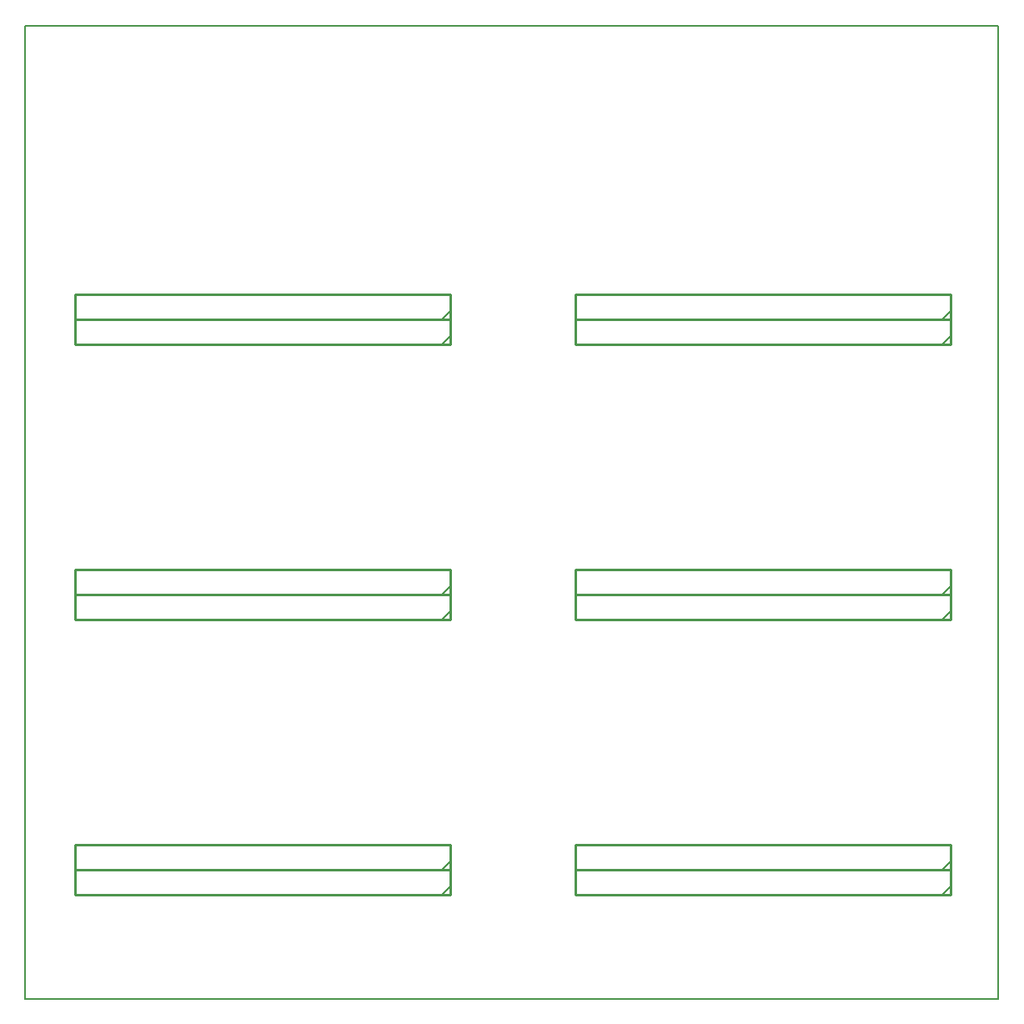
<source format=gbo>
G04 MADE WITH FRITZING*
G04 WWW.FRITZING.ORG*
G04 DOUBLE SIDED*
G04 HOLES PLATED*
G04 CONTOUR ON CENTER OF CONTOUR VECTOR*
%ASAXBY*%
%FSLAX23Y23*%
%MOIN*%
%OFA0B0*%
%SFA1.0B1.0*%
%ADD10R,3.897640X3.897640X3.881640X3.881640*%
%ADD11C,0.008000*%
%ADD12C,0.010000*%
%ADD13C,0.005000*%
%LNSILK0*%
G90*
G70*
G54D11*
X4Y3894D02*
X3894Y3894D01*
X3894Y4D01*
X4Y4D01*
X4Y3894D01*
D02*
G54D12*
X1703Y518D02*
X203Y518D01*
D02*
X203Y518D02*
X203Y618D01*
D02*
X203Y618D02*
X1703Y618D01*
D02*
X1703Y618D02*
X1703Y518D01*
G54D13*
D02*
X1668Y518D02*
X1703Y553D01*
G54D12*
D02*
X1703Y418D02*
X203Y418D01*
D02*
X203Y418D02*
X203Y518D01*
D02*
X203Y518D02*
X1703Y518D01*
D02*
X1703Y518D02*
X1703Y418D01*
G54D13*
D02*
X1668Y418D02*
X1703Y453D01*
G54D12*
D02*
X3703Y518D02*
X2203Y518D01*
D02*
X2203Y518D02*
X2203Y618D01*
D02*
X2203Y618D02*
X3703Y618D01*
D02*
X3703Y618D02*
X3703Y518D01*
G54D13*
D02*
X3668Y518D02*
X3703Y553D01*
G54D12*
D02*
X3703Y418D02*
X2203Y418D01*
D02*
X2203Y418D02*
X2203Y518D01*
D02*
X2203Y518D02*
X3703Y518D01*
D02*
X3703Y518D02*
X3703Y418D01*
G54D13*
D02*
X3668Y418D02*
X3703Y453D01*
G54D12*
D02*
X1703Y1618D02*
X203Y1618D01*
D02*
X203Y1618D02*
X203Y1718D01*
D02*
X203Y1718D02*
X1703Y1718D01*
D02*
X1703Y1718D02*
X1703Y1618D01*
G54D13*
D02*
X1668Y1618D02*
X1703Y1653D01*
G54D12*
D02*
X3703Y1618D02*
X2203Y1618D01*
D02*
X2203Y1618D02*
X2203Y1718D01*
D02*
X2203Y1718D02*
X3703Y1718D01*
D02*
X3703Y1718D02*
X3703Y1618D01*
G54D13*
D02*
X3668Y1618D02*
X3703Y1653D01*
G54D12*
D02*
X1703Y1518D02*
X203Y1518D01*
D02*
X203Y1518D02*
X203Y1618D01*
D02*
X203Y1618D02*
X1703Y1618D01*
D02*
X1703Y1618D02*
X1703Y1518D01*
G54D13*
D02*
X1668Y1518D02*
X1703Y1553D01*
G54D12*
D02*
X3703Y1518D02*
X2203Y1518D01*
D02*
X2203Y1518D02*
X2203Y1618D01*
D02*
X2203Y1618D02*
X3703Y1618D01*
D02*
X3703Y1618D02*
X3703Y1518D01*
G54D13*
D02*
X3668Y1518D02*
X3703Y1553D01*
G54D12*
D02*
X1703Y2718D02*
X203Y2718D01*
D02*
X203Y2718D02*
X203Y2818D01*
D02*
X203Y2818D02*
X1703Y2818D01*
D02*
X1703Y2818D02*
X1703Y2718D01*
G54D13*
D02*
X1668Y2718D02*
X1703Y2753D01*
G54D12*
D02*
X3703Y2718D02*
X2203Y2718D01*
D02*
X2203Y2718D02*
X2203Y2818D01*
D02*
X2203Y2818D02*
X3703Y2818D01*
D02*
X3703Y2818D02*
X3703Y2718D01*
G54D13*
D02*
X3668Y2718D02*
X3703Y2753D01*
G54D12*
D02*
X1703Y2618D02*
X203Y2618D01*
D02*
X203Y2618D02*
X203Y2718D01*
D02*
X203Y2718D02*
X1703Y2718D01*
D02*
X1703Y2718D02*
X1703Y2618D01*
G54D13*
D02*
X1668Y2618D02*
X1703Y2653D01*
G54D12*
D02*
X3703Y2618D02*
X2203Y2618D01*
D02*
X2203Y2618D02*
X2203Y2718D01*
D02*
X2203Y2718D02*
X3703Y2718D01*
D02*
X3703Y2718D02*
X3703Y2618D01*
G54D13*
D02*
X3668Y2618D02*
X3703Y2653D01*
G04 End of Silk0*
M02*
</source>
